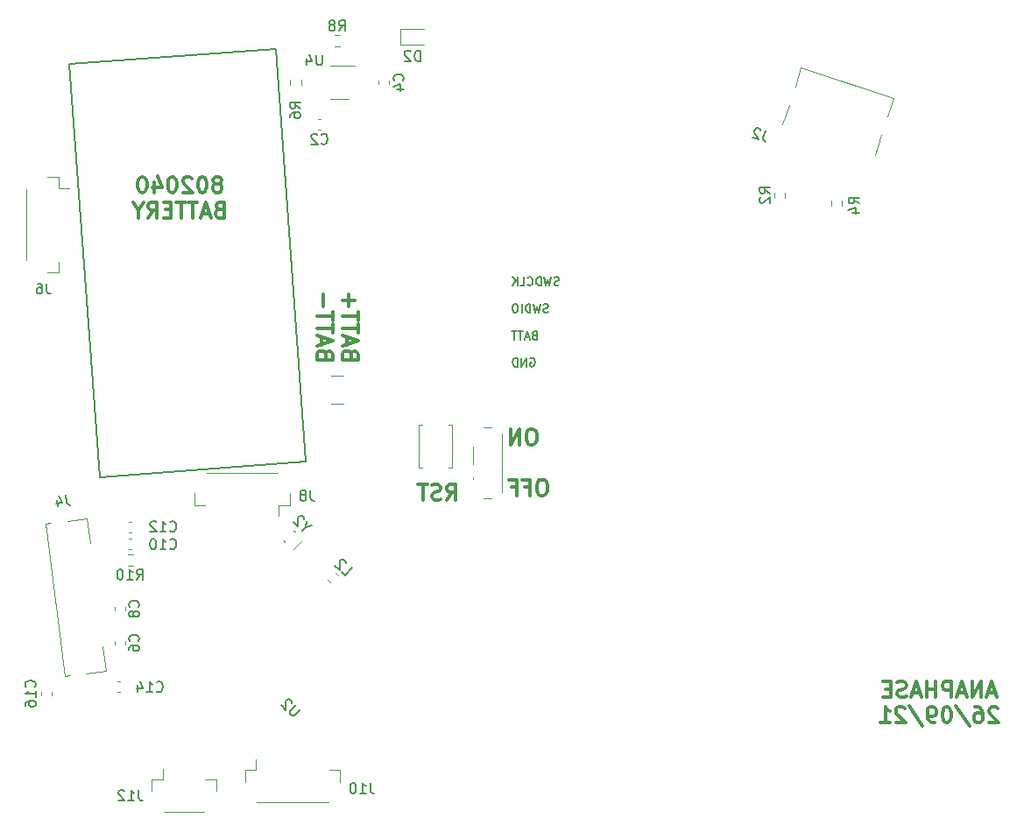
<source format=gbo>
%TF.GenerationSoftware,KiCad,Pcbnew,(5.99.0-12380-gca33ec05df)*%
%TF.CreationDate,2021-09-27T09:59:53+10:00*%
%TF.ProjectId,anaphase,616e6170-6861-4736-952e-6b696361645f,rev?*%
%TF.SameCoordinates,Original*%
%TF.FileFunction,Legend,Bot*%
%TF.FilePolarity,Positive*%
%FSLAX46Y46*%
G04 Gerber Fmt 4.6, Leading zero omitted, Abs format (unit mm)*
G04 Created by KiCad (PCBNEW (5.99.0-12380-gca33ec05df)) date 2021-09-27 09:59:53*
%MOMM*%
%LPD*%
G01*
G04 APERTURE LIST*
%ADD10C,0.304800*%
%ADD11C,0.200000*%
%ADD12C,0.152400*%
%ADD13C,0.150000*%
%ADD14C,0.120000*%
G04 APERTURE END LIST*
D10*
X194542857Y-111927180D02*
X193817142Y-111927180D01*
X194688000Y-112362608D02*
X194180000Y-110838608D01*
X193672000Y-112362608D01*
X193164000Y-112362608D02*
X193164000Y-110838608D01*
X192293142Y-112362608D01*
X192293142Y-110838608D01*
X191640000Y-111927180D02*
X190914285Y-111927180D01*
X191785142Y-112362608D02*
X191277142Y-110838608D01*
X190769142Y-112362608D01*
X190261142Y-112362608D02*
X190261142Y-110838608D01*
X189680571Y-110838608D01*
X189535428Y-110911180D01*
X189462857Y-110983751D01*
X189390285Y-111128894D01*
X189390285Y-111346608D01*
X189462857Y-111491751D01*
X189535428Y-111564322D01*
X189680571Y-111636894D01*
X190261142Y-111636894D01*
X188737142Y-112362608D02*
X188737142Y-110838608D01*
X188737142Y-111564322D02*
X187866285Y-111564322D01*
X187866285Y-112362608D02*
X187866285Y-110838608D01*
X187213142Y-111927180D02*
X186487428Y-111927180D01*
X187358285Y-112362608D02*
X186850285Y-110838608D01*
X186342285Y-112362608D01*
X185906857Y-112290037D02*
X185689142Y-112362608D01*
X185326285Y-112362608D01*
X185181142Y-112290037D01*
X185108571Y-112217465D01*
X185036000Y-112072322D01*
X185036000Y-111927180D01*
X185108571Y-111782037D01*
X185181142Y-111709465D01*
X185326285Y-111636894D01*
X185616571Y-111564322D01*
X185761714Y-111491751D01*
X185834285Y-111419180D01*
X185906857Y-111274037D01*
X185906857Y-111128894D01*
X185834285Y-110983751D01*
X185761714Y-110911180D01*
X185616571Y-110838608D01*
X185253714Y-110838608D01*
X185036000Y-110911180D01*
X184382857Y-111564322D02*
X183874857Y-111564322D01*
X183657142Y-112362608D02*
X184382857Y-112362608D01*
X184382857Y-110838608D01*
X183657142Y-110838608D01*
X194760571Y-113437391D02*
X194688000Y-113364820D01*
X194542857Y-113292248D01*
X194180000Y-113292248D01*
X194034857Y-113364820D01*
X193962285Y-113437391D01*
X193889714Y-113582534D01*
X193889714Y-113727677D01*
X193962285Y-113945391D01*
X194833142Y-114816248D01*
X193889714Y-114816248D01*
X192583428Y-113292248D02*
X192873714Y-113292248D01*
X193018857Y-113364820D01*
X193091428Y-113437391D01*
X193236571Y-113655105D01*
X193309142Y-113945391D01*
X193309142Y-114525962D01*
X193236571Y-114671105D01*
X193164000Y-114743677D01*
X193018857Y-114816248D01*
X192728571Y-114816248D01*
X192583428Y-114743677D01*
X192510857Y-114671105D01*
X192438285Y-114525962D01*
X192438285Y-114163105D01*
X192510857Y-114017962D01*
X192583428Y-113945391D01*
X192728571Y-113872820D01*
X193018857Y-113872820D01*
X193164000Y-113945391D01*
X193236571Y-114017962D01*
X193309142Y-114163105D01*
X190696571Y-113219677D02*
X192002857Y-115179105D01*
X189898285Y-113292248D02*
X189753142Y-113292248D01*
X189608000Y-113364820D01*
X189535428Y-113437391D01*
X189462857Y-113582534D01*
X189390285Y-113872820D01*
X189390285Y-114235677D01*
X189462857Y-114525962D01*
X189535428Y-114671105D01*
X189608000Y-114743677D01*
X189753142Y-114816248D01*
X189898285Y-114816248D01*
X190043428Y-114743677D01*
X190116000Y-114671105D01*
X190188571Y-114525962D01*
X190261142Y-114235677D01*
X190261142Y-113872820D01*
X190188571Y-113582534D01*
X190116000Y-113437391D01*
X190043428Y-113364820D01*
X189898285Y-113292248D01*
X188664571Y-114816248D02*
X188374285Y-114816248D01*
X188229142Y-114743677D01*
X188156571Y-114671105D01*
X188011428Y-114453391D01*
X187938857Y-114163105D01*
X187938857Y-113582534D01*
X188011428Y-113437391D01*
X188084000Y-113364820D01*
X188229142Y-113292248D01*
X188519428Y-113292248D01*
X188664571Y-113364820D01*
X188737142Y-113437391D01*
X188809714Y-113582534D01*
X188809714Y-113945391D01*
X188737142Y-114090534D01*
X188664571Y-114163105D01*
X188519428Y-114235677D01*
X188229142Y-114235677D01*
X188084000Y-114163105D01*
X188011428Y-114090534D01*
X187938857Y-113945391D01*
X186197142Y-113219677D02*
X187503428Y-115179105D01*
X185761714Y-113437391D02*
X185689142Y-113364820D01*
X185544000Y-113292248D01*
X185181142Y-113292248D01*
X185036000Y-113364820D01*
X184963428Y-113437391D01*
X184890857Y-113582534D01*
X184890857Y-113727677D01*
X184963428Y-113945391D01*
X185834285Y-114816248D01*
X184890857Y-114816248D01*
X183439428Y-114816248D02*
X184310285Y-114816248D01*
X183874857Y-114816248D02*
X183874857Y-113292248D01*
X184020000Y-113509962D01*
X184165142Y-113655105D01*
X184310285Y-113727677D01*
D11*
X124987906Y-49718367D02*
X105040184Y-51163490D01*
X107930429Y-91058933D02*
X127878152Y-89613811D01*
X105040184Y-51163490D02*
X107930429Y-91058933D01*
X127878152Y-89613811D02*
X124987906Y-49718367D01*
D12*
X152343631Y-72503166D02*
X152227517Y-72541871D01*
X152033993Y-72541871D01*
X151956583Y-72503166D01*
X151917879Y-72464461D01*
X151879174Y-72387052D01*
X151879174Y-72309642D01*
X151917879Y-72232233D01*
X151956583Y-72193528D01*
X152033993Y-72154823D01*
X152188812Y-72116118D01*
X152266221Y-72077414D01*
X152304926Y-72038709D01*
X152343631Y-71961299D01*
X152343631Y-71883890D01*
X152304926Y-71806480D01*
X152266221Y-71767776D01*
X152188812Y-71729071D01*
X151995288Y-71729071D01*
X151879174Y-71767776D01*
X151608240Y-71729071D02*
X151414717Y-72541871D01*
X151259898Y-71961299D01*
X151105079Y-72541871D01*
X150911555Y-71729071D01*
X150601917Y-72541871D02*
X150601917Y-71729071D01*
X150408393Y-71729071D01*
X150292279Y-71767776D01*
X150214869Y-71845185D01*
X150176164Y-71922595D01*
X150137460Y-72077414D01*
X150137460Y-72193528D01*
X150176164Y-72348347D01*
X150214869Y-72425756D01*
X150292279Y-72503166D01*
X150408393Y-72541871D01*
X150601917Y-72541871D01*
X149324660Y-72464461D02*
X149363364Y-72503166D01*
X149479479Y-72541871D01*
X149556888Y-72541871D01*
X149673002Y-72503166D01*
X149750412Y-72425756D01*
X149789117Y-72348347D01*
X149827821Y-72193528D01*
X149827821Y-72077414D01*
X149789117Y-71922595D01*
X149750412Y-71845185D01*
X149673002Y-71767776D01*
X149556888Y-71729071D01*
X149479479Y-71729071D01*
X149363364Y-71767776D01*
X149324660Y-71806480D01*
X148589269Y-72541871D02*
X148976317Y-72541871D01*
X148976317Y-71729071D01*
X148318336Y-72541871D02*
X148318336Y-71729071D01*
X147853879Y-72541871D02*
X148202221Y-72077414D01*
X147853879Y-71729071D02*
X148318336Y-72193528D01*
X151298602Y-75120382D02*
X151182488Y-75159087D01*
X150988964Y-75159087D01*
X150911555Y-75120382D01*
X150872850Y-75081677D01*
X150834145Y-75004268D01*
X150834145Y-74926858D01*
X150872850Y-74849449D01*
X150911555Y-74810744D01*
X150988964Y-74772039D01*
X151143783Y-74733334D01*
X151221193Y-74694630D01*
X151259898Y-74655925D01*
X151298602Y-74578515D01*
X151298602Y-74501106D01*
X151259898Y-74423696D01*
X151221193Y-74384992D01*
X151143783Y-74346287D01*
X150950260Y-74346287D01*
X150834145Y-74384992D01*
X150563212Y-74346287D02*
X150369688Y-75159087D01*
X150214869Y-74578515D01*
X150060050Y-75159087D01*
X149866526Y-74346287D01*
X149556888Y-75159087D02*
X149556888Y-74346287D01*
X149363364Y-74346287D01*
X149247250Y-74384992D01*
X149169840Y-74462401D01*
X149131136Y-74539811D01*
X149092431Y-74694630D01*
X149092431Y-74810744D01*
X149131136Y-74965563D01*
X149169840Y-75042972D01*
X149247250Y-75120382D01*
X149363364Y-75159087D01*
X149556888Y-75159087D01*
X148744088Y-75159087D02*
X148744088Y-74346287D01*
X148202221Y-74346287D02*
X148047402Y-74346287D01*
X147969993Y-74384992D01*
X147892583Y-74462401D01*
X147853879Y-74617220D01*
X147853879Y-74888153D01*
X147892583Y-75042972D01*
X147969993Y-75120382D01*
X148047402Y-75159087D01*
X148202221Y-75159087D01*
X148279631Y-75120382D01*
X148357040Y-75042972D01*
X148395745Y-74888153D01*
X148395745Y-74617220D01*
X148357040Y-74462401D01*
X148279631Y-74384992D01*
X148202221Y-74346287D01*
X149982640Y-77350550D02*
X149866526Y-77389255D01*
X149827821Y-77427960D01*
X149789117Y-77505369D01*
X149789117Y-77621484D01*
X149827821Y-77698893D01*
X149866526Y-77737598D01*
X149943936Y-77776303D01*
X150253574Y-77776303D01*
X150253574Y-76963503D01*
X149982640Y-76963503D01*
X149905231Y-77002208D01*
X149866526Y-77040912D01*
X149827821Y-77118322D01*
X149827821Y-77195731D01*
X149866526Y-77273141D01*
X149905231Y-77311846D01*
X149982640Y-77350550D01*
X150253574Y-77350550D01*
X149479479Y-77544074D02*
X149092431Y-77544074D01*
X149556888Y-77776303D02*
X149285955Y-76963503D01*
X149015021Y-77776303D01*
X148860202Y-76963503D02*
X148395745Y-76963503D01*
X148627974Y-77776303D02*
X148627974Y-76963503D01*
X148240926Y-76963503D02*
X147776469Y-76963503D01*
X148008698Y-77776303D02*
X148008698Y-76963503D01*
X149556888Y-79619424D02*
X149634298Y-79580719D01*
X149750412Y-79580719D01*
X149866526Y-79619424D01*
X149943936Y-79696833D01*
X149982640Y-79774243D01*
X150021345Y-79929062D01*
X150021345Y-80045176D01*
X149982640Y-80199995D01*
X149943936Y-80277404D01*
X149866526Y-80354814D01*
X149750412Y-80393519D01*
X149673002Y-80393519D01*
X149556888Y-80354814D01*
X149518183Y-80316109D01*
X149518183Y-80045176D01*
X149673002Y-80045176D01*
X149169840Y-80393519D02*
X149169840Y-79580719D01*
X148705383Y-80393519D01*
X148705383Y-79580719D01*
X148318336Y-80393519D02*
X148318336Y-79580719D01*
X148124812Y-79580719D01*
X148008698Y-79619424D01*
X147931288Y-79696833D01*
X147892583Y-79774243D01*
X147853879Y-79929062D01*
X147853879Y-80045176D01*
X147892583Y-80199995D01*
X147931288Y-80277404D01*
X148008698Y-80354814D01*
X148124812Y-80393519D01*
X148318336Y-80393519D01*
D10*
X149838120Y-86411788D02*
X149547834Y-86411788D01*
X149402691Y-86484360D01*
X149257548Y-86629502D01*
X149184977Y-86919788D01*
X149184977Y-87427788D01*
X149257548Y-87718074D01*
X149402691Y-87863217D01*
X149547834Y-87935788D01*
X149838120Y-87935788D01*
X149983262Y-87863217D01*
X150128405Y-87718074D01*
X150200977Y-87427788D01*
X150200977Y-86919788D01*
X150128405Y-86629502D01*
X149983262Y-86484360D01*
X149838120Y-86411788D01*
X148531834Y-87935788D02*
X148531834Y-86411788D01*
X147660977Y-87935788D01*
X147660977Y-86411788D01*
X150854120Y-91319068D02*
X150563834Y-91319068D01*
X150418691Y-91391640D01*
X150273548Y-91536782D01*
X150200977Y-91827068D01*
X150200977Y-92335068D01*
X150273548Y-92625354D01*
X150418691Y-92770497D01*
X150563834Y-92843068D01*
X150854120Y-92843068D01*
X150999262Y-92770497D01*
X151144405Y-92625354D01*
X151216977Y-92335068D01*
X151216977Y-91827068D01*
X151144405Y-91536782D01*
X150999262Y-91391640D01*
X150854120Y-91319068D01*
X149039834Y-92044782D02*
X149547834Y-92044782D01*
X149547834Y-92843068D02*
X149547834Y-91319068D01*
X148822120Y-91319068D01*
X147733548Y-92044782D02*
X148241548Y-92044782D01*
X148241548Y-92843068D02*
X148241548Y-91319068D01*
X147515834Y-91319068D01*
X141500977Y-93289428D02*
X142008977Y-92563714D01*
X142371834Y-93289428D02*
X142371834Y-91765428D01*
X141791262Y-91765428D01*
X141646120Y-91838000D01*
X141573548Y-91910571D01*
X141500977Y-92055714D01*
X141500977Y-92273428D01*
X141573548Y-92418571D01*
X141646120Y-92491142D01*
X141791262Y-92563714D01*
X142371834Y-92563714D01*
X140920405Y-93216857D02*
X140702691Y-93289428D01*
X140339834Y-93289428D01*
X140194691Y-93216857D01*
X140122120Y-93144285D01*
X140049548Y-92999142D01*
X140049548Y-92854000D01*
X140122120Y-92708857D01*
X140194691Y-92636285D01*
X140339834Y-92563714D01*
X140630120Y-92491142D01*
X140775262Y-92418571D01*
X140847834Y-92346000D01*
X140920405Y-92200857D01*
X140920405Y-92055714D01*
X140847834Y-91910571D01*
X140775262Y-91838000D01*
X140630120Y-91765428D01*
X140267262Y-91765428D01*
X140049548Y-91838000D01*
X139614120Y-91765428D02*
X138743262Y-91765428D01*
X139178691Y-93289428D02*
X139178691Y-91765428D01*
X132235677Y-79231022D02*
X132163105Y-79013308D01*
X132090534Y-78940737D01*
X131945391Y-78868165D01*
X131727677Y-78868165D01*
X131582534Y-78940737D01*
X131509962Y-79013308D01*
X131437391Y-79158451D01*
X131437391Y-79739022D01*
X132961391Y-79739022D01*
X132961391Y-79231022D01*
X132888820Y-79085880D01*
X132816248Y-79013308D01*
X132671105Y-78940737D01*
X132525962Y-78940737D01*
X132380820Y-79013308D01*
X132308248Y-79085880D01*
X132235677Y-79231022D01*
X132235677Y-79739022D01*
X131872820Y-78287594D02*
X131872820Y-77561880D01*
X131437391Y-78432737D02*
X132961391Y-77924737D01*
X131437391Y-77416737D01*
X132961391Y-77126451D02*
X132961391Y-76255594D01*
X131437391Y-76691022D02*
X132961391Y-76691022D01*
X132961391Y-75965308D02*
X132961391Y-75094451D01*
X131437391Y-75529880D02*
X132961391Y-75529880D01*
X132017962Y-74586451D02*
X132017962Y-73425308D01*
X131437391Y-74005880D02*
X132598534Y-74005880D01*
X129782037Y-79231022D02*
X129709465Y-79013308D01*
X129636894Y-78940737D01*
X129491751Y-78868165D01*
X129274037Y-78868165D01*
X129128894Y-78940737D01*
X129056322Y-79013308D01*
X128983751Y-79158451D01*
X128983751Y-79739022D01*
X130507751Y-79739022D01*
X130507751Y-79231022D01*
X130435180Y-79085880D01*
X130362608Y-79013308D01*
X130217465Y-78940737D01*
X130072322Y-78940737D01*
X129927180Y-79013308D01*
X129854608Y-79085880D01*
X129782037Y-79231022D01*
X129782037Y-79739022D01*
X129419180Y-78287594D02*
X129419180Y-77561880D01*
X128983751Y-78432737D02*
X130507751Y-77924737D01*
X128983751Y-77416737D01*
X130507751Y-77126451D02*
X130507751Y-76255594D01*
X128983751Y-76691022D02*
X130507751Y-76691022D01*
X130507751Y-75965308D02*
X130507751Y-75094451D01*
X128983751Y-75529880D02*
X130507751Y-75529880D01*
X129564322Y-74586451D02*
X129564322Y-73425308D01*
X119473714Y-62691751D02*
X119618857Y-62619180D01*
X119691428Y-62546608D01*
X119764000Y-62401465D01*
X119764000Y-62328894D01*
X119691428Y-62183751D01*
X119618857Y-62111180D01*
X119473714Y-62038608D01*
X119183428Y-62038608D01*
X119038285Y-62111180D01*
X118965714Y-62183751D01*
X118893142Y-62328894D01*
X118893142Y-62401465D01*
X118965714Y-62546608D01*
X119038285Y-62619180D01*
X119183428Y-62691751D01*
X119473714Y-62691751D01*
X119618857Y-62764322D01*
X119691428Y-62836894D01*
X119764000Y-62982037D01*
X119764000Y-63272322D01*
X119691428Y-63417465D01*
X119618857Y-63490037D01*
X119473714Y-63562608D01*
X119183428Y-63562608D01*
X119038285Y-63490037D01*
X118965714Y-63417465D01*
X118893142Y-63272322D01*
X118893142Y-62982037D01*
X118965714Y-62836894D01*
X119038285Y-62764322D01*
X119183428Y-62691751D01*
X117949714Y-62038608D02*
X117804571Y-62038608D01*
X117659428Y-62111180D01*
X117586857Y-62183751D01*
X117514285Y-62328894D01*
X117441714Y-62619180D01*
X117441714Y-62982037D01*
X117514285Y-63272322D01*
X117586857Y-63417465D01*
X117659428Y-63490037D01*
X117804571Y-63562608D01*
X117949714Y-63562608D01*
X118094857Y-63490037D01*
X118167428Y-63417465D01*
X118240000Y-63272322D01*
X118312571Y-62982037D01*
X118312571Y-62619180D01*
X118240000Y-62328894D01*
X118167428Y-62183751D01*
X118094857Y-62111180D01*
X117949714Y-62038608D01*
X116861142Y-62183751D02*
X116788571Y-62111180D01*
X116643428Y-62038608D01*
X116280571Y-62038608D01*
X116135428Y-62111180D01*
X116062857Y-62183751D01*
X115990285Y-62328894D01*
X115990285Y-62474037D01*
X116062857Y-62691751D01*
X116933714Y-63562608D01*
X115990285Y-63562608D01*
X115046857Y-62038608D02*
X114901714Y-62038608D01*
X114756571Y-62111180D01*
X114684000Y-62183751D01*
X114611428Y-62328894D01*
X114538857Y-62619180D01*
X114538857Y-62982037D01*
X114611428Y-63272322D01*
X114684000Y-63417465D01*
X114756571Y-63490037D01*
X114901714Y-63562608D01*
X115046857Y-63562608D01*
X115192000Y-63490037D01*
X115264571Y-63417465D01*
X115337142Y-63272322D01*
X115409714Y-62982037D01*
X115409714Y-62619180D01*
X115337142Y-62328894D01*
X115264571Y-62183751D01*
X115192000Y-62111180D01*
X115046857Y-62038608D01*
X113232571Y-62546608D02*
X113232571Y-63562608D01*
X113595428Y-61966037D02*
X113958285Y-63054608D01*
X113014857Y-63054608D01*
X112144000Y-62038608D02*
X111998857Y-62038608D01*
X111853714Y-62111180D01*
X111781142Y-62183751D01*
X111708571Y-62328894D01*
X111636000Y-62619180D01*
X111636000Y-62982037D01*
X111708571Y-63272322D01*
X111781142Y-63417465D01*
X111853714Y-63490037D01*
X111998857Y-63562608D01*
X112144000Y-63562608D01*
X112289142Y-63490037D01*
X112361714Y-63417465D01*
X112434285Y-63272322D01*
X112506857Y-62982037D01*
X112506857Y-62619180D01*
X112434285Y-62328894D01*
X112361714Y-62183751D01*
X112289142Y-62111180D01*
X112144000Y-62038608D01*
X119510000Y-65217962D02*
X119292285Y-65290534D01*
X119219714Y-65363105D01*
X119147142Y-65508248D01*
X119147142Y-65725962D01*
X119219714Y-65871105D01*
X119292285Y-65943677D01*
X119437428Y-66016248D01*
X120018000Y-66016248D01*
X120018000Y-64492248D01*
X119510000Y-64492248D01*
X119364857Y-64564820D01*
X119292285Y-64637391D01*
X119219714Y-64782534D01*
X119219714Y-64927677D01*
X119292285Y-65072820D01*
X119364857Y-65145391D01*
X119510000Y-65217962D01*
X120018000Y-65217962D01*
X118566571Y-65580820D02*
X117840857Y-65580820D01*
X118711714Y-66016248D02*
X118203714Y-64492248D01*
X117695714Y-66016248D01*
X117405428Y-64492248D02*
X116534571Y-64492248D01*
X116970000Y-66016248D02*
X116970000Y-64492248D01*
X116244285Y-64492248D02*
X115373428Y-64492248D01*
X115808857Y-66016248D02*
X115808857Y-64492248D01*
X114865428Y-65217962D02*
X114357428Y-65217962D01*
X114139714Y-66016248D02*
X114865428Y-66016248D01*
X114865428Y-64492248D01*
X114139714Y-64492248D01*
X112615714Y-66016248D02*
X113123714Y-65290534D01*
X113486571Y-66016248D02*
X113486571Y-64492248D01*
X112906000Y-64492248D01*
X112760857Y-64564820D01*
X112688285Y-64637391D01*
X112615714Y-64782534D01*
X112615714Y-65000248D01*
X112688285Y-65145391D01*
X112760857Y-65217962D01*
X112906000Y-65290534D01*
X113486571Y-65290534D01*
X111672285Y-65290534D02*
X111672285Y-66016248D01*
X112180285Y-64492248D02*
X111672285Y-65290534D01*
X111164285Y-64492248D01*
D13*
%TO.C,C8*%
X111687142Y-103633333D02*
X111734761Y-103585714D01*
X111782380Y-103442857D01*
X111782380Y-103347619D01*
X111734761Y-103204761D01*
X111639523Y-103109523D01*
X111544285Y-103061904D01*
X111353809Y-103014285D01*
X111210952Y-103014285D01*
X111020476Y-103061904D01*
X110925238Y-103109523D01*
X110830000Y-103204761D01*
X110782380Y-103347619D01*
X110782380Y-103442857D01*
X110830000Y-103585714D01*
X110877619Y-103633333D01*
X111210952Y-104204761D02*
X111163333Y-104109523D01*
X111115714Y-104061904D01*
X111020476Y-104014285D01*
X110972857Y-104014285D01*
X110877619Y-104061904D01*
X110830000Y-104109523D01*
X110782380Y-104204761D01*
X110782380Y-104395238D01*
X110830000Y-104490476D01*
X110877619Y-104538095D01*
X110972857Y-104585714D01*
X111020476Y-104585714D01*
X111115714Y-104538095D01*
X111163333Y-104490476D01*
X111210952Y-104395238D01*
X111210952Y-104204761D01*
X111258571Y-104109523D01*
X111306190Y-104061904D01*
X111401428Y-104014285D01*
X111591904Y-104014285D01*
X111687142Y-104061904D01*
X111734761Y-104109523D01*
X111782380Y-104204761D01*
X111782380Y-104395238D01*
X111734761Y-104490476D01*
X111687142Y-104538095D01*
X111591904Y-104585714D01*
X111401428Y-104585714D01*
X111306190Y-104538095D01*
X111258571Y-104490476D01*
X111210952Y-104395238D01*
%TO.C,U4*%
X129461904Y-50252380D02*
X129461904Y-51061904D01*
X129414285Y-51157142D01*
X129366666Y-51204761D01*
X129271428Y-51252380D01*
X129080952Y-51252380D01*
X128985714Y-51204761D01*
X128938095Y-51157142D01*
X128890476Y-51061904D01*
X128890476Y-50252380D01*
X127985714Y-50585714D02*
X127985714Y-51252380D01*
X128223809Y-50204761D02*
X128461904Y-50919047D01*
X127842857Y-50919047D01*
%TO.C,C2*%
X129366666Y-58787142D02*
X129414285Y-58834761D01*
X129557142Y-58882380D01*
X129652380Y-58882380D01*
X129795238Y-58834761D01*
X129890476Y-58739523D01*
X129938095Y-58644285D01*
X129985714Y-58453809D01*
X129985714Y-58310952D01*
X129938095Y-58120476D01*
X129890476Y-58025238D01*
X129795238Y-57930000D01*
X129652380Y-57882380D01*
X129557142Y-57882380D01*
X129414285Y-57930000D01*
X129366666Y-57977619D01*
X128985714Y-57977619D02*
X128938095Y-57930000D01*
X128842857Y-57882380D01*
X128604761Y-57882380D01*
X128509523Y-57930000D01*
X128461904Y-57977619D01*
X128414285Y-58072857D01*
X128414285Y-58168095D01*
X128461904Y-58310952D01*
X129033333Y-58882380D01*
X128414285Y-58882380D01*
%TO.C,D2*%
X138938095Y-50852380D02*
X138938095Y-49852380D01*
X138700000Y-49852380D01*
X138557142Y-49900000D01*
X138461904Y-49995238D01*
X138414285Y-50090476D01*
X138366666Y-50280952D01*
X138366666Y-50423809D01*
X138414285Y-50614285D01*
X138461904Y-50709523D01*
X138557142Y-50804761D01*
X138700000Y-50852380D01*
X138938095Y-50852380D01*
X137985714Y-49947619D02*
X137938095Y-49900000D01*
X137842857Y-49852380D01*
X137604761Y-49852380D01*
X137509523Y-49900000D01*
X137461904Y-49947619D01*
X137414285Y-50042857D01*
X137414285Y-50138095D01*
X137461904Y-50280952D01*
X138033333Y-50852380D01*
X137414285Y-50852380D01*
%TO.C,R8*%
X131066666Y-47922380D02*
X131400000Y-47446190D01*
X131638095Y-47922380D02*
X131638095Y-46922380D01*
X131257142Y-46922380D01*
X131161904Y-46970000D01*
X131114285Y-47017619D01*
X131066666Y-47112857D01*
X131066666Y-47255714D01*
X131114285Y-47350952D01*
X131161904Y-47398571D01*
X131257142Y-47446190D01*
X131638095Y-47446190D01*
X130495238Y-47350952D02*
X130590476Y-47303333D01*
X130638095Y-47255714D01*
X130685714Y-47160476D01*
X130685714Y-47112857D01*
X130638095Y-47017619D01*
X130590476Y-46970000D01*
X130495238Y-46922380D01*
X130304761Y-46922380D01*
X130209523Y-46970000D01*
X130161904Y-47017619D01*
X130114285Y-47112857D01*
X130114285Y-47160476D01*
X130161904Y-47255714D01*
X130209523Y-47303333D01*
X130304761Y-47350952D01*
X130495238Y-47350952D01*
X130590476Y-47398571D01*
X130638095Y-47446190D01*
X130685714Y-47541428D01*
X130685714Y-47731904D01*
X130638095Y-47827142D01*
X130590476Y-47874761D01*
X130495238Y-47922380D01*
X130304761Y-47922380D01*
X130209523Y-47874761D01*
X130161904Y-47827142D01*
X130114285Y-47731904D01*
X130114285Y-47541428D01*
X130161904Y-47446190D01*
X130209523Y-47398571D01*
X130304761Y-47350952D01*
%TO.C,R4*%
X181352380Y-64633333D02*
X180876190Y-64300000D01*
X181352380Y-64061904D02*
X180352380Y-64061904D01*
X180352380Y-64442857D01*
X180400000Y-64538095D01*
X180447619Y-64585714D01*
X180542857Y-64633333D01*
X180685714Y-64633333D01*
X180780952Y-64585714D01*
X180828571Y-64538095D01*
X180876190Y-64442857D01*
X180876190Y-64061904D01*
X180685714Y-65490476D02*
X181352380Y-65490476D01*
X180304761Y-65252380D02*
X181019047Y-65014285D01*
X181019047Y-65633333D01*
%TO.C,J6*%
X102833333Y-72352380D02*
X102833333Y-73066666D01*
X102880952Y-73209523D01*
X102976190Y-73304761D01*
X103119047Y-73352380D01*
X103214285Y-73352380D01*
X101928571Y-72352380D02*
X102119047Y-72352380D01*
X102214285Y-72400000D01*
X102261904Y-72447619D01*
X102357142Y-72590476D01*
X102404761Y-72780952D01*
X102404761Y-73161904D01*
X102357142Y-73257142D01*
X102309523Y-73304761D01*
X102214285Y-73352380D01*
X102023809Y-73352380D01*
X101928571Y-73304761D01*
X101880952Y-73257142D01*
X101833333Y-73161904D01*
X101833333Y-72923809D01*
X101880952Y-72828571D01*
X101928571Y-72780952D01*
X102023809Y-72733333D01*
X102214285Y-72733333D01*
X102309523Y-72780952D01*
X102357142Y-72828571D01*
X102404761Y-72923809D01*
%TO.C,Y2*%
X127855635Y-95917799D02*
X127518917Y-96254517D01*
X128461726Y-95783112D02*
X127855635Y-95917799D01*
X127990322Y-95311708D01*
X127720948Y-95177021D02*
X127720948Y-95109677D01*
X127687276Y-95008662D01*
X127518917Y-94840303D01*
X127417902Y-94806631D01*
X127350559Y-94806631D01*
X127249543Y-94840303D01*
X127182200Y-94907647D01*
X127114856Y-95042334D01*
X127114856Y-95850456D01*
X126677124Y-95412723D01*
%TO.C,J12*%
X111709523Y-121352380D02*
X111709523Y-122066666D01*
X111757142Y-122209523D01*
X111852380Y-122304761D01*
X111995238Y-122352380D01*
X112090476Y-122352380D01*
X110709523Y-122352380D02*
X111280952Y-122352380D01*
X110995238Y-122352380D02*
X110995238Y-121352380D01*
X111090476Y-121495238D01*
X111185714Y-121590476D01*
X111280952Y-121638095D01*
X110328571Y-121447619D02*
X110280952Y-121400000D01*
X110185714Y-121352380D01*
X109947619Y-121352380D01*
X109852380Y-121400000D01*
X109804761Y-121447619D01*
X109757142Y-121542857D01*
X109757142Y-121638095D01*
X109804761Y-121780952D01*
X110376190Y-122352380D01*
X109757142Y-122352380D01*
%TO.C,U2*%
X127325973Y-113551522D02*
X126753553Y-114123942D01*
X126652538Y-114157614D01*
X126585194Y-114157614D01*
X126484179Y-114123942D01*
X126349492Y-113989255D01*
X126315820Y-113888240D01*
X126315820Y-113820896D01*
X126349492Y-113719881D01*
X126921912Y-113147461D01*
X126551522Y-112911759D02*
X126551522Y-112844416D01*
X126517851Y-112743400D01*
X126349492Y-112575042D01*
X126248477Y-112541370D01*
X126181133Y-112541370D01*
X126080118Y-112575042D01*
X126012774Y-112642385D01*
X125945431Y-112777072D01*
X125945431Y-113585194D01*
X125507698Y-113147461D01*
%TO.C,C16*%
X101657142Y-111357142D02*
X101704761Y-111309523D01*
X101752380Y-111166666D01*
X101752380Y-111071428D01*
X101704761Y-110928571D01*
X101609523Y-110833333D01*
X101514285Y-110785714D01*
X101323809Y-110738095D01*
X101180952Y-110738095D01*
X100990476Y-110785714D01*
X100895238Y-110833333D01*
X100800000Y-110928571D01*
X100752380Y-111071428D01*
X100752380Y-111166666D01*
X100800000Y-111309523D01*
X100847619Y-111357142D01*
X101752380Y-112309523D02*
X101752380Y-111738095D01*
X101752380Y-112023809D02*
X100752380Y-112023809D01*
X100895238Y-111928571D01*
X100990476Y-111833333D01*
X101038095Y-111738095D01*
X100752380Y-113166666D02*
X100752380Y-112976190D01*
X100800000Y-112880952D01*
X100847619Y-112833333D01*
X100990476Y-112738095D01*
X101180952Y-112690476D01*
X101561904Y-112690476D01*
X101657142Y-112738095D01*
X101704761Y-112785714D01*
X101752380Y-112880952D01*
X101752380Y-113071428D01*
X101704761Y-113166666D01*
X101657142Y-113214285D01*
X101561904Y-113261904D01*
X101323809Y-113261904D01*
X101228571Y-113214285D01*
X101180952Y-113166666D01*
X101133333Y-113071428D01*
X101133333Y-112880952D01*
X101180952Y-112785714D01*
X101228571Y-112738095D01*
X101323809Y-112690476D01*
%TO.C,C10*%
X114742857Y-97957142D02*
X114790476Y-98004761D01*
X114933333Y-98052380D01*
X115028571Y-98052380D01*
X115171428Y-98004761D01*
X115266666Y-97909523D01*
X115314285Y-97814285D01*
X115361904Y-97623809D01*
X115361904Y-97480952D01*
X115314285Y-97290476D01*
X115266666Y-97195238D01*
X115171428Y-97100000D01*
X115028571Y-97052380D01*
X114933333Y-97052380D01*
X114790476Y-97100000D01*
X114742857Y-97147619D01*
X113790476Y-98052380D02*
X114361904Y-98052380D01*
X114076190Y-98052380D02*
X114076190Y-97052380D01*
X114171428Y-97195238D01*
X114266666Y-97290476D01*
X114361904Y-97338095D01*
X113171428Y-97052380D02*
X113076190Y-97052380D01*
X112980952Y-97100000D01*
X112933333Y-97147619D01*
X112885714Y-97242857D01*
X112838095Y-97433333D01*
X112838095Y-97671428D01*
X112885714Y-97861904D01*
X112933333Y-97957142D01*
X112980952Y-98004761D01*
X113076190Y-98052380D01*
X113171428Y-98052380D01*
X113266666Y-98004761D01*
X113314285Y-97957142D01*
X113361904Y-97861904D01*
X113409523Y-97671428D01*
X113409523Y-97433333D01*
X113361904Y-97242857D01*
X113314285Y-97147619D01*
X113266666Y-97100000D01*
X113171428Y-97052380D01*
%TO.C,J10*%
X134109523Y-120652380D02*
X134109523Y-121366666D01*
X134157142Y-121509523D01*
X134252380Y-121604761D01*
X134395238Y-121652380D01*
X134490476Y-121652380D01*
X133109523Y-121652380D02*
X133680952Y-121652380D01*
X133395238Y-121652380D02*
X133395238Y-120652380D01*
X133490476Y-120795238D01*
X133585714Y-120890476D01*
X133680952Y-120938095D01*
X132490476Y-120652380D02*
X132395238Y-120652380D01*
X132300000Y-120700000D01*
X132252380Y-120747619D01*
X132204761Y-120842857D01*
X132157142Y-121033333D01*
X132157142Y-121271428D01*
X132204761Y-121461904D01*
X132252380Y-121557142D01*
X132300000Y-121604761D01*
X132395238Y-121652380D01*
X132490476Y-121652380D01*
X132585714Y-121604761D01*
X132633333Y-121557142D01*
X132680952Y-121461904D01*
X132728571Y-121271428D01*
X132728571Y-121033333D01*
X132680952Y-120842857D01*
X132633333Y-120747619D01*
X132585714Y-120700000D01*
X132490476Y-120652380D01*
%TO.C,R6*%
X127352380Y-55433333D02*
X126876190Y-55100000D01*
X127352380Y-54861904D02*
X126352380Y-54861904D01*
X126352380Y-55242857D01*
X126400000Y-55338095D01*
X126447619Y-55385714D01*
X126542857Y-55433333D01*
X126685714Y-55433333D01*
X126780952Y-55385714D01*
X126828571Y-55338095D01*
X126876190Y-55242857D01*
X126876190Y-54861904D01*
X126352380Y-56290476D02*
X126352380Y-56100000D01*
X126400000Y-56004761D01*
X126447619Y-55957142D01*
X126590476Y-55861904D01*
X126780952Y-55814285D01*
X127161904Y-55814285D01*
X127257142Y-55861904D01*
X127304761Y-55909523D01*
X127352380Y-56004761D01*
X127352380Y-56195238D01*
X127304761Y-56290476D01*
X127257142Y-56338095D01*
X127161904Y-56385714D01*
X126923809Y-56385714D01*
X126828571Y-56338095D01*
X126780952Y-56290476D01*
X126733333Y-56195238D01*
X126733333Y-56004761D01*
X126780952Y-55909523D01*
X126828571Y-55861904D01*
X126923809Y-55814285D01*
%TO.C,J2*%
X172286242Y-57582189D02*
X172065516Y-58261515D01*
X172066659Y-58412095D01*
X172127805Y-58532102D01*
X172248955Y-58621536D01*
X172339532Y-58650966D01*
X171849216Y-57540329D02*
X171818643Y-57480326D01*
X171742781Y-57405607D01*
X171516339Y-57332032D01*
X171411047Y-57347890D01*
X171351044Y-57378463D01*
X171276325Y-57454325D01*
X171246895Y-57544902D01*
X171248038Y-57695482D01*
X171614918Y-58415524D01*
X171026168Y-58224228D01*
%TO.C,C14*%
X113442857Y-111757142D02*
X113490476Y-111804761D01*
X113633333Y-111852380D01*
X113728571Y-111852380D01*
X113871428Y-111804761D01*
X113966666Y-111709523D01*
X114014285Y-111614285D01*
X114061904Y-111423809D01*
X114061904Y-111280952D01*
X114014285Y-111090476D01*
X113966666Y-110995238D01*
X113871428Y-110900000D01*
X113728571Y-110852380D01*
X113633333Y-110852380D01*
X113490476Y-110900000D01*
X113442857Y-110947619D01*
X112490476Y-111852380D02*
X113061904Y-111852380D01*
X112776190Y-111852380D02*
X112776190Y-110852380D01*
X112871428Y-110995238D01*
X112966666Y-111090476D01*
X113061904Y-111138095D01*
X111633333Y-111185714D02*
X111633333Y-111852380D01*
X111871428Y-110804761D02*
X112109523Y-111519047D01*
X111490476Y-111519047D01*
%TO.C,L2*%
X131309132Y-100226569D02*
X131645850Y-100563287D01*
X132352956Y-99856180D01*
X131746865Y-99384775D02*
X131746865Y-99317432D01*
X131713193Y-99216417D01*
X131544834Y-99048058D01*
X131443819Y-99014386D01*
X131376475Y-99014386D01*
X131275460Y-99048058D01*
X131208117Y-99115401D01*
X131140773Y-99250088D01*
X131140773Y-100058211D01*
X130703040Y-99620478D01*
%TO.C,C6*%
X111687142Y-106933333D02*
X111734761Y-106885714D01*
X111782380Y-106742857D01*
X111782380Y-106647619D01*
X111734761Y-106504761D01*
X111639523Y-106409523D01*
X111544285Y-106361904D01*
X111353809Y-106314285D01*
X111210952Y-106314285D01*
X111020476Y-106361904D01*
X110925238Y-106409523D01*
X110830000Y-106504761D01*
X110782380Y-106647619D01*
X110782380Y-106742857D01*
X110830000Y-106885714D01*
X110877619Y-106933333D01*
X110782380Y-107790476D02*
X110782380Y-107600000D01*
X110830000Y-107504761D01*
X110877619Y-107457142D01*
X111020476Y-107361904D01*
X111210952Y-107314285D01*
X111591904Y-107314285D01*
X111687142Y-107361904D01*
X111734761Y-107409523D01*
X111782380Y-107504761D01*
X111782380Y-107695238D01*
X111734761Y-107790476D01*
X111687142Y-107838095D01*
X111591904Y-107885714D01*
X111353809Y-107885714D01*
X111258571Y-107838095D01*
X111210952Y-107790476D01*
X111163333Y-107695238D01*
X111163333Y-107504761D01*
X111210952Y-107409523D01*
X111258571Y-107361904D01*
X111353809Y-107314285D01*
%TO.C,J8*%
X128333333Y-92352380D02*
X128333333Y-93066666D01*
X128380952Y-93209523D01*
X128476190Y-93304761D01*
X128619047Y-93352380D01*
X128714285Y-93352380D01*
X127714285Y-92780952D02*
X127809523Y-92733333D01*
X127857142Y-92685714D01*
X127904761Y-92590476D01*
X127904761Y-92542857D01*
X127857142Y-92447619D01*
X127809523Y-92400000D01*
X127714285Y-92352380D01*
X127523809Y-92352380D01*
X127428571Y-92400000D01*
X127380952Y-92447619D01*
X127333333Y-92542857D01*
X127333333Y-92590476D01*
X127380952Y-92685714D01*
X127428571Y-92733333D01*
X127523809Y-92780952D01*
X127714285Y-92780952D01*
X127809523Y-92828571D01*
X127857142Y-92876190D01*
X127904761Y-92971428D01*
X127904761Y-93161904D01*
X127857142Y-93257142D01*
X127809523Y-93304761D01*
X127714285Y-93352380D01*
X127523809Y-93352380D01*
X127428571Y-93304761D01*
X127380952Y-93257142D01*
X127333333Y-93161904D01*
X127333333Y-92971428D01*
X127380952Y-92876190D01*
X127428571Y-92828571D01*
X127523809Y-92780952D01*
%TO.C,C4*%
X137257142Y-52733333D02*
X137304761Y-52685714D01*
X137352380Y-52542857D01*
X137352380Y-52447619D01*
X137304761Y-52304761D01*
X137209523Y-52209523D01*
X137114285Y-52161904D01*
X136923809Y-52114285D01*
X136780952Y-52114285D01*
X136590476Y-52161904D01*
X136495238Y-52209523D01*
X136400000Y-52304761D01*
X136352380Y-52447619D01*
X136352380Y-52542857D01*
X136400000Y-52685714D01*
X136447619Y-52733333D01*
X136685714Y-53590476D02*
X137352380Y-53590476D01*
X136304761Y-53352380D02*
X137019047Y-53114285D01*
X137019047Y-53733333D01*
%TO.C,R2*%
X172722380Y-63633333D02*
X172246190Y-63300000D01*
X172722380Y-63061904D02*
X171722380Y-63061904D01*
X171722380Y-63442857D01*
X171770000Y-63538095D01*
X171817619Y-63585714D01*
X171912857Y-63633333D01*
X172055714Y-63633333D01*
X172150952Y-63585714D01*
X172198571Y-63538095D01*
X172246190Y-63442857D01*
X172246190Y-63061904D01*
X171817619Y-64014285D02*
X171770000Y-64061904D01*
X171722380Y-64157142D01*
X171722380Y-64395238D01*
X171770000Y-64490476D01*
X171817619Y-64538095D01*
X171912857Y-64585714D01*
X172008095Y-64585714D01*
X172150952Y-64538095D01*
X172722380Y-63966666D01*
X172722380Y-64585714D01*
%TO.C,J4*%
X104664109Y-92815839D02*
X104751159Y-93524801D01*
X104815833Y-93660790D01*
X104921968Y-93743711D01*
X105069563Y-93773566D01*
X105164091Y-93761959D01*
X103806714Y-93256951D02*
X103887961Y-93918648D01*
X103996609Y-92849821D02*
X104319979Y-93529766D01*
X103705545Y-93605209D01*
%TO.C,C12*%
X114742857Y-96257142D02*
X114790476Y-96304761D01*
X114933333Y-96352380D01*
X115028571Y-96352380D01*
X115171428Y-96304761D01*
X115266666Y-96209523D01*
X115314285Y-96114285D01*
X115361904Y-95923809D01*
X115361904Y-95780952D01*
X115314285Y-95590476D01*
X115266666Y-95495238D01*
X115171428Y-95400000D01*
X115028571Y-95352380D01*
X114933333Y-95352380D01*
X114790476Y-95400000D01*
X114742857Y-95447619D01*
X113790476Y-96352380D02*
X114361904Y-96352380D01*
X114076190Y-96352380D02*
X114076190Y-95352380D01*
X114171428Y-95495238D01*
X114266666Y-95590476D01*
X114361904Y-95638095D01*
X113409523Y-95447619D02*
X113361904Y-95400000D01*
X113266666Y-95352380D01*
X113028571Y-95352380D01*
X112933333Y-95400000D01*
X112885714Y-95447619D01*
X112838095Y-95542857D01*
X112838095Y-95638095D01*
X112885714Y-95780952D01*
X113457142Y-96352380D01*
X112838095Y-96352380D01*
%TO.C,R10*%
X111542857Y-100982380D02*
X111876190Y-100506190D01*
X112114285Y-100982380D02*
X112114285Y-99982380D01*
X111733333Y-99982380D01*
X111638095Y-100030000D01*
X111590476Y-100077619D01*
X111542857Y-100172857D01*
X111542857Y-100315714D01*
X111590476Y-100410952D01*
X111638095Y-100458571D01*
X111733333Y-100506190D01*
X112114285Y-100506190D01*
X110590476Y-100982380D02*
X111161904Y-100982380D01*
X110876190Y-100982380D02*
X110876190Y-99982380D01*
X110971428Y-100125238D01*
X111066666Y-100220476D01*
X111161904Y-100268095D01*
X109971428Y-99982380D02*
X109876190Y-99982380D01*
X109780952Y-100030000D01*
X109733333Y-100077619D01*
X109685714Y-100172857D01*
X109638095Y-100363333D01*
X109638095Y-100601428D01*
X109685714Y-100791904D01*
X109733333Y-100887142D01*
X109780952Y-100934761D01*
X109876190Y-100982380D01*
X109971428Y-100982380D01*
X110066666Y-100934761D01*
X110114285Y-100887142D01*
X110161904Y-100791904D01*
X110209523Y-100601428D01*
X110209523Y-100363333D01*
X110161904Y-100172857D01*
X110114285Y-100077619D01*
X110066666Y-100030000D01*
X109971428Y-99982380D01*
D14*
%TO.C,C8*%
X109390000Y-103946267D02*
X109390000Y-103653733D01*
X110410000Y-103946267D02*
X110410000Y-103653733D01*
%TO.C,U4*%
X132000000Y-54510000D02*
X130200000Y-54510000D01*
X130200000Y-51290000D02*
X132650000Y-51290000D01*
%TO.C,C2*%
X129053733Y-56490000D02*
X129346267Y-56490000D01*
X129053733Y-57510000D02*
X129346267Y-57510000D01*
%TO.C,D2*%
X137015000Y-49235000D02*
X137015000Y-47765000D01*
X137015000Y-47765000D02*
X139300000Y-47765000D01*
X139300000Y-49235000D02*
X137015000Y-49235000D01*
%TO.C,R8*%
X131154724Y-49422500D02*
X130645276Y-49422500D01*
X131154724Y-48377500D02*
X130645276Y-48377500D01*
%TO.C,R4*%
X179722500Y-64345276D02*
X179722500Y-64854724D01*
X178677500Y-64345276D02*
X178677500Y-64854724D01*
%TO.C,J6*%
X104010000Y-71310000D02*
X104010000Y-70260000D01*
X102860000Y-71310000D02*
X104010000Y-71310000D01*
X104010000Y-63140000D02*
X105000000Y-63140000D01*
X100890000Y-63260000D02*
X100890000Y-70140000D01*
X102860000Y-62090000D02*
X104010000Y-62090000D01*
X104010000Y-62090000D02*
X104010000Y-63140000D01*
%TO.C,Y2*%
X126865685Y-96375736D02*
X126724264Y-96234315D01*
X127502082Y-97153553D02*
X126653553Y-98002082D01*
X125875736Y-97365685D02*
X125734315Y-97224264D01*
%TO.C,J12*%
X114160000Y-123410000D02*
X118040000Y-123410000D01*
X119210000Y-121440000D02*
X119210000Y-120290000D01*
X112990000Y-121440000D02*
X112990000Y-120290000D01*
X112990000Y-120290000D02*
X114040000Y-120290000D01*
X119210000Y-120290000D02*
X118160000Y-120290000D01*
X114040000Y-120290000D02*
X114040000Y-119300000D01*
%TO.C,C16*%
X102290000Y-112146267D02*
X102290000Y-111853733D01*
X103310000Y-112146267D02*
X103310000Y-111853733D01*
%TO.C,C10*%
X111046267Y-96990000D02*
X110753733Y-96990000D01*
X111046267Y-98010000D02*
X110753733Y-98010000D01*
%TO.C,J10*%
X123160000Y-122510000D02*
X130040000Y-122510000D01*
X131210000Y-119390000D02*
X130160000Y-119390000D01*
X121990000Y-120540000D02*
X121990000Y-119390000D01*
X131210000Y-120540000D02*
X131210000Y-119390000D01*
X123040000Y-119390000D02*
X123040000Y-118400000D01*
X121990000Y-119390000D02*
X123040000Y-119390000D01*
%TO.C,R6*%
X126377500Y-52645276D02*
X126377500Y-53154724D01*
X127422500Y-52645276D02*
X127422500Y-53154724D01*
%TO.C,J2*%
X173952902Y-57004628D02*
X174570936Y-55102514D01*
X182892833Y-59909387D02*
X183510867Y-58007274D01*
X184098000Y-56200267D02*
X184685132Y-54393259D01*
X175745201Y-51488500D02*
X184685132Y-54393259D01*
X175158068Y-53295507D02*
X175745201Y-51488500D01*
%TO.C,C14*%
X109946267Y-110790000D02*
X109653733Y-110790000D01*
X109946267Y-111810000D02*
X109653733Y-111810000D01*
%TO.C,L2*%
X130981729Y-100560480D02*
X130739520Y-100318271D01*
X130260480Y-101281729D02*
X130018271Y-101039520D01*
%TO.C,C6*%
X110410000Y-107246267D02*
X110410000Y-106953733D01*
X109390000Y-107246267D02*
X109390000Y-106953733D01*
%TO.C,J8*%
X117090000Y-93810000D02*
X118140000Y-93810000D01*
X125140000Y-90690000D02*
X118260000Y-90690000D01*
X117090000Y-92660000D02*
X117090000Y-93810000D01*
X125260000Y-93810000D02*
X125260000Y-94800000D01*
X126310000Y-93810000D02*
X125260000Y-93810000D01*
X126310000Y-92660000D02*
X126310000Y-93810000D01*
%TO.C,C4*%
X134890000Y-52753733D02*
X134890000Y-53046267D01*
X135910000Y-52753733D02*
X135910000Y-53046267D01*
%TO.C,R2*%
X174222500Y-63545276D02*
X174222500Y-64054724D01*
X173177500Y-63545276D02*
X173177500Y-64054724D01*
%TO.C,SW3*%
X141970000Y-90170000D02*
X141970000Y-86030000D01*
X138830000Y-86030000D02*
X138830000Y-90170000D01*
X141970000Y-86030000D02*
X141670000Y-86030000D01*
X141670000Y-90170000D02*
X141970000Y-90170000D01*
X138830000Y-90170000D02*
X139130000Y-90170000D01*
X139130000Y-86030000D02*
X138830000Y-86030000D01*
%TO.C,J4*%
X104842329Y-95336710D02*
X106718241Y-95106377D01*
X106728167Y-95105158D02*
X107020653Y-97487269D01*
X102757982Y-95592636D02*
X103254255Y-95531701D01*
X104561649Y-110282319D02*
X105057922Y-110221384D01*
X108531833Y-109794842D02*
X108239347Y-107412731D01*
X104561649Y-110282319D02*
X102757982Y-95592636D01*
X106645995Y-110026393D02*
X108521908Y-109796060D01*
%TO.C,C12*%
X111046267Y-95390000D02*
X110753733Y-95390000D01*
X111046267Y-96410000D02*
X110753733Y-96410000D01*
%TO.C,J16*%
X131502064Y-81240000D02*
X130297936Y-81240000D01*
X131502064Y-83960000D02*
X130297936Y-83960000D01*
%TO.C,R10*%
X110645276Y-98577500D02*
X111154724Y-98577500D01*
X110645276Y-99622500D02*
X111154724Y-99622500D01*
%TO.C,SW1*%
X144005000Y-91100000D02*
X144005000Y-91300000D01*
X145055000Y-86250000D02*
X145845000Y-86250000D01*
X145845000Y-93150000D02*
X145055000Y-93150000D01*
X146855000Y-86850000D02*
X146855000Y-92550000D01*
X144005000Y-88100000D02*
X144005000Y-89800000D01*
%TD*%
M02*

</source>
